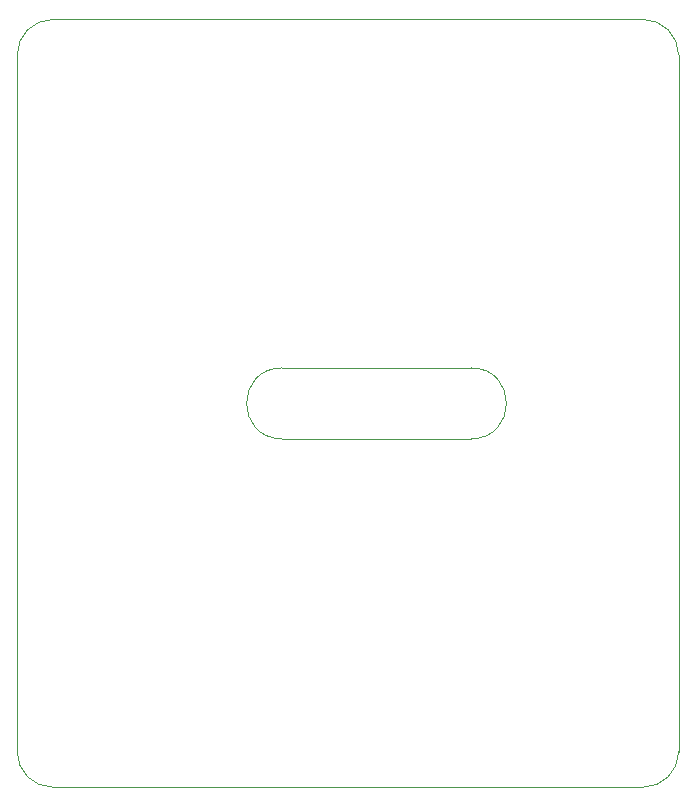
<source format=gm1>
G04 #@! TF.GenerationSoftware,KiCad,Pcbnew,(5.0.0)*
G04 #@! TF.CreationDate,2018-11-03T22:59:42-02:30*
G04 #@! TF.ProjectId,Dual CamCon,4475616C2043616D436F6E2E6B696361,rev?*
G04 #@! TF.SameCoordinates,Original*
G04 #@! TF.FileFunction,Profile,NP*
%FSLAX46Y46*%
G04 Gerber Fmt 4.6, Leading zero omitted, Abs format (unit mm)*
G04 Created by KiCad (PCBNEW (5.0.0)) date 11/03/18 22:59:42*
%MOMM*%
%LPD*%
G01*
G04 APERTURE LIST*
%ADD10C,0.100000*%
G04 APERTURE END LIST*
D10*
X138427460Y-64500000D02*
G75*
G02X138427460Y-70500000I0J-3000000D01*
G01*
X122425460Y-70500000D02*
X138427460Y-70500000D01*
X122425460Y-70500000D02*
G75*
G02X122425460Y-64500000I0J3000000D01*
G01*
X122425460Y-64500000D02*
X138427460Y-64500000D01*
X100000000Y-38000000D02*
G75*
G02X103000000Y-35000000I3000000J0D01*
G01*
X153000000Y-35000000D02*
G75*
G02X156000000Y-38000000I0J-3000000D01*
G01*
X156000000Y-97000000D02*
G75*
G02X153000000Y-100000000I-3000000J0D01*
G01*
X103000000Y-100000000D02*
G75*
G02X100000000Y-97000000I0J3000000D01*
G01*
X100000000Y-38000000D02*
X100000000Y-97000000D01*
X103000000Y-35000000D02*
X153000000Y-35000000D01*
X156000000Y-38000000D02*
X156000000Y-97000000D01*
X103000000Y-100000000D02*
X153000000Y-100000000D01*
M02*

</source>
